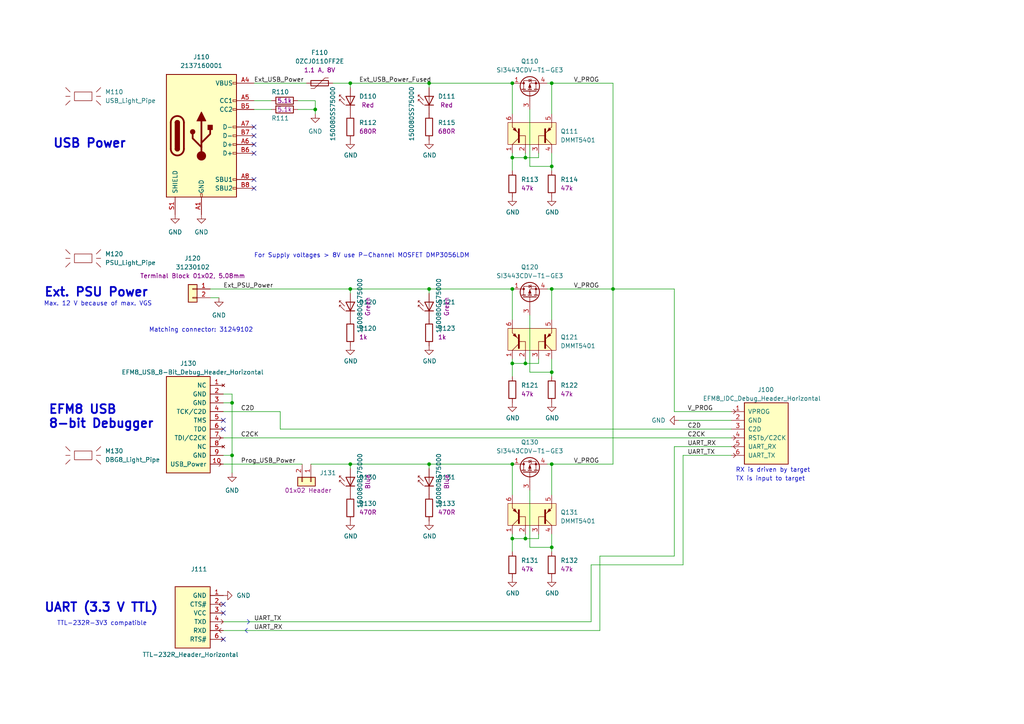
<source format=kicad_sch>
(kicad_sch (version 20231120) (generator "eeschema") (generator_version "8.0")
  (paper "A4")
  (lib_symbols
    (symbol "Connector_Special_Purpose_User:EFM8_IDC_Debug_Header_Horizontal" (pin_names (offset 1.016))
      (property "Reference" "J" (at 0 8.89 0))
      (property "Value" "EFM8_IDC_Debug_Header_Horizontal" (at 4.445 -11.43 0))
      (property "Manufacturer" "Wurth Electronics" (at -7.62 -21.59 0))
      (property "MPN" "61200621721" (at 8.89 -21.59 0))
      (property "Supplier" "Digi-Key" (at -5.08 -24.13 0))
      (property "SPN" "732-5404-ND" (at 7.62 -24.13 0))
      (symbol "EFM8_IDC_Debug_Header_Horizontal_0_1"
        (polyline (pts (xy -4.445 -8.255) (xy -3.81 -7.62) (xy -4.445 -6.985)))
        (polyline (pts (xy -4.445 -3.175) (xy -3.81 -2.54) (xy -4.445 -1.905)))
        (polyline (pts (xy -4.445 4.445) (xy -3.81 5.08) (xy -4.445 5.715)))
        (polyline (pts (xy -3.81 -4.445) (xy -4.445 -5.08) (xy -3.81 -5.715)))
      )
      (symbol "EFM8_IDC_Debug_Header_Horizontal_1_1"
        (rectangle (start -1.27 7.62) (end 11.43 -10.16) (stroke (width 0.254)) (fill (type background)))
        (pin input line (at -5.08 5.08 0) (length 3.81) (name "VPROG") (number "1"))
        (pin power_out line (at -5.08 2.54 0) (length 3.81) (name "GND") (number "2"))
        (pin bidirectional line (at -5.08 0 0) (length 3.81) (name "C2D") (number "3"))
        (pin input line (at -5.08 -2.54 0) (length 3.81) (name "RSTb/C2CK") (number "4"))
        (pin output line (at -5.08 -5.08 0) (length 3.81) (name "UART_RX") (number "5"))
        (pin input line (at -5.08 -7.62 0) (length 3.81) (name "UART_TX") (number "6"))
      )
    )
    (symbol "Connector_Special_Purpose_User:EFM8_USB_8-Bit_Debug_Header_Horizontal" (pin_names (offset 1.016))
      (property "Reference" "J" (at 0 13.97 0))
      (property "Value" "EFM8_USB_8-Bit_Debug_Header_Horizontal" (at 0.635 -17.145 0))
      (symbol "EFM8_USB_8-Bit_Debug_Header_Horizontal_0_1"
        (polyline (pts (xy -3.81 -12.065) (xy -4.445 -12.7) (xy -3.81 -13.335)))
        (polyline (pts (xy -3.81 -4.445) (xy -4.445 -5.08) (xy -3.81 -5.715)))
      )
      (symbol "EFM8_USB_8-Bit_Debug_Header_Horizontal_1_1"
        (rectangle (start -1.27 12.7) (end 11.43 -15.24) (stroke (width 0.254)) (fill (type background)))
        (pin no_connect line (at -5.08 10.16 0) (length 3.81) (name "NC") (number "1"))
        (pin power_out line (at -5.08 -12.7 0) (length 3.81) (name "USB_Power") (number "10"))
        (pin power_out line (at -5.08 7.62 0) (length 3.81) (name "GND") (number "2"))
        (pin power_out line (at -5.08 5.08 0) (length 3.81) (name "GND") (number "3"))
        (pin bidirectional line (at -5.08 2.54 0) (length 3.81) (name "TCK/C2D") (number "4"))
        (pin passive line (at -5.08 0 0) (length 3.81) (name "TMS") (number "5"))
        (pin passive line (at -5.08 -2.54 0) (length 3.81) (name "TDO") (number "6"))
        (pin output line (at -5.08 -5.08 0) (length 3.81) (name "TDI/C2CK") (number "7"))
        (pin no_connect line (at -5.08 -7.62 0) (length 3.81) (name "NC") (number "8"))
        (pin power_out line (at -5.08 -10.16 0) (length 3.81) (name "GND") (number "9"))
      )
    )
    (symbol "Connector_Special_Purpose_User:TTL-232R_Header_Horizontal" (pin_names (offset 1.016))
      (property "Reference" "J" (at -3.81 10.16 0))
      (property "Value" "TTL-232R_Header_Horizontal" (at 0.635 -10.795 0))
      (symbol "TTL-232R_Header_Horizontal_0_1"
        (polyline (pts (xy -8.89 -6.35) (xy -8.255 -6.985)))
        (polyline (pts (xy -8.89 -6.35) (xy -8.255 -5.715)))
        (polyline (pts (xy -8.89 -1.27) (xy -8.255 -1.905)))
        (polyline (pts (xy -8.89 -1.27) (xy -8.255 -0.635)))
        (polyline (pts (xy -7.62 -3.81) (xy -8.255 -4.445)))
        (polyline (pts (xy -7.62 -3.81) (xy -8.255 -3.175)))
        (polyline (pts (xy -7.62 3.81) (xy -8.255 3.175)))
        (polyline (pts (xy -7.62 3.81) (xy -8.255 4.445)))
      )
      (symbol "TTL-232R_Header_Horizontal_1_1"
        (rectangle (start -5.08 8.89) (end 5.08 -8.89) (stroke (width 0.254)) (fill (type background)))
        (pin power_out line (at -8.89 6.35 0) (length 3.81) (name "GND") (number "1"))
        (pin input line (at -8.89 3.81 0) (length 3.81) (name "CTS#") (number "2"))
        (pin power_out line (at -8.89 1.27 0) (length 3.81) (name "VCC") (number "3"))
        (pin output line (at -8.89 -1.27 0) (length 3.81) (name "TXD") (number "4"))
        (pin input line (at -8.89 -3.81 0) (length 3.81) (name "RXD") (number "5"))
        (pin output line (at -8.89 -6.35 0) (length 3.81) (name "RTS#") (number "6"))
      )
    )
    (symbol "Connector_User:2137160001" (pin_names (offset 1.016))
      (property "Reference" "J" (at -10.16 19.05 0))
      (property "Value" "2137160001" (at 19.05 19.05 0))
      (symbol "2137160001_0_0"
        (rectangle (start -0.254 -17.78) (end 0.254 -16.764))
        (rectangle (start 10.16 -14.986) (end 9.144 -15.494))
        (rectangle (start 10.16 -12.446) (end 9.144 -12.954))
        (rectangle (start 10.16 -4.826) (end 9.144 -5.334))
        (rectangle (start 10.16 -2.286) (end 9.144 -2.794))
        (rectangle (start 10.16 0.254) (end 9.144 -0.254))
        (rectangle (start 10.16 2.794) (end 9.144 2.286))
        (rectangle (start 10.16 7.874) (end 9.144 7.366))
        (rectangle (start 10.16 10.414) (end 9.144 9.906))
        (rectangle (start 10.16 15.494) (end 9.144 14.986))
      )
      (symbol "2137160001_0_1"
        (rectangle (start -10.16 17.78) (end 10.16 -17.78) (stroke (width 0.254)) (fill (type background)))
        (arc (start -8.89 -3.81) (mid -6.985 -5.7067) (end -5.08 -3.81) (stroke (width 0.508)))
        (arc (start -7.62 -3.81) (mid -6.985 -4.4423) (end -6.35 -3.81) (stroke (width 0.254)))
        (arc (start -7.62 -3.81) (mid -6.985 -4.4423) (end -6.35 -3.81) (stroke (width 0.254)) (fill (type outline)))
        (rectangle (start -7.62 -3.81) (end -6.35 3.81) (stroke (width 0.254)) (fill (type outline)))
        (arc (start -6.35 3.81) (mid -6.985 4.4423) (end -7.62 3.81) (stroke (width 0.254)))
        (arc (start -6.35 3.81) (mid -6.985 4.4423) (end -7.62 3.81) (stroke (width 0.254)) (fill (type outline)))
        (arc (start -5.08 3.81) (mid -6.985 5.7067) (end -8.89 3.81) (stroke (width 0.508)))
        (circle (center -2.54 1.143) (radius 0.635) (stroke (width 0.254)) (fill (type outline)))
        (circle (center 0 -5.842) (radius 1.27) (fill (type outline)))
        (polyline (pts (xy -8.89 -3.81) (xy -8.89 3.81)) (stroke (width 0.508)))
        (polyline (pts (xy -5.08 3.81) (xy -5.08 -3.81)) (stroke (width 0.508)))
        (polyline (pts (xy 0 -5.842) (xy 0 4.318)) (stroke (width 0.508)))
        (polyline (pts (xy 0 -3.302) (xy -2.54 -0.762) (xy -2.54 0.508)) (stroke (width 0.508)))
        (polyline (pts (xy 0 -2.032) (xy 2.54 0.508) (xy 2.54 1.778)) (stroke (width 0.508)))
        (polyline (pts (xy -1.27 4.318) (xy 0 6.858) (xy 1.27 4.318) (xy -1.27 4.318)) (stroke (width 0.254)) (fill (type outline)))
        (rectangle (start 1.905 1.778) (end 3.175 3.048) (stroke (width 0.254)) (fill (type outline)))
      )
      (symbol "2137160001_1_1"
        (pin passive line (at 0 -22.86 90) (length 5.08) (name "GND") (number "A1"))
        (pin passive line (at 0 -22.86 90) (length 5.08) hide (name "GND") (number "A12"))
        (pin passive line (at 15.24 15.24 180) (length 5.08) (name "VBUS") (number "A4"))
        (pin bidirectional line (at 15.24 10.16 180) (length 5.08) (name "CC1") (number "A5"))
        (pin bidirectional line (at 15.24 -2.54 180) (length 5.08) (name "D+") (number "A6"))
        (pin bidirectional line (at 15.24 2.54 180) (length 5.08) (name "D-") (number "A7"))
        (pin bidirectional line (at 15.24 -12.7 180) (length 5.08) (name "SBU1") (number "A8"))
        (pin passive line (at 15.24 15.24 180) (length 5.08) hide (name "VBUS") (number "A9"))
        (pin passive line (at 0 -22.86 90) (length 5.08) hide (name "GND") (number "B1"))
        (pin passive line (at 0 -22.86 90) (length 5.08) hide (name "GND") (number "B12"))
        (pin passive line (at 15.24 15.24 180) (length 5.08) hide (name "VBUS") (number "B4"))
        (pin bidirectional line (at 15.24 7.62 180) (length 5.08) (name "CC2") (number "B5"))
        (pin bidirectional line (at 15.24 -5.08 180) (length 5.08) (name "D+") (number "B6"))
        (pin bidirectional line (at 15.24 0 180) (length 5.08) (name "D-") (number "B7"))
        (pin bidirectional line (at 15.24 -15.24 180) (length 5.08) (name "SBU2") (number "B8"))
        (pin passive line (at 15.24 15.24 180) (length 5.08) hide (name "VBUS") (number "B9"))
        (pin passive line (at -7.62 -22.86 90) (length 5.08) (name "SHIELD") (number "S1"))
      )
    )
    (symbol "Connector_User:31230102" (pin_names (offset 3) hide)
      (property "Reference" "J" (at 0 3.81 0))
      (property "Value" "31230102" (at 0 -5.08 0))
      (property "Pretty Value" "Terminal Block 01x02, 5.08mm" (at -0.635 -6.985 0))
      (symbol "31230102_1_1"
        (rectangle (start -1.27 -1.143) (end 0 -1.397) (stroke (width 0.1524)))
        (rectangle (start -1.27 1.397) (end 0 1.143) (stroke (width 0.1524)))
        (rectangle (start -1.27 2.54) (end 1.27 -2.54) (stroke (width 0.254)) (fill (type background)))
        (pin passive line (at -5.08 1.27 0) (length 3.81) (name "Pin_1") (number "1"))
        (pin passive line (at -5.08 -1.27 0) (length 3.81) (name "Pin_2") (number "2"))
      )
    )
    (symbol "Connector_User:Header_01x02_Wurth_61300211121" (pin_names (offset 3) hide)
      (property "Reference" "J" (at 0 3.81 0))
      (property "Value" "Header_01x02_Wurth_61300211121" (at 0 -5.08 0))
      (property "Pretty Value" "01x02 Header" (at -0.635 -6.985 0))
      (symbol "Header_01x02_Wurth_61300211121_1_1"
        (rectangle (start -1.27 -1.143) (end 0 -1.397) (stroke (width 0.1524)))
        (rectangle (start -1.27 1.397) (end 0 1.143) (stroke (width 0.1524)))
        (rectangle (start -1.27 2.54) (end 1.27 -2.54) (stroke (width 0.254)) (fill (type background)))
        (pin passive line (at -5.08 1.27 0) (length 3.81) (name "Pin_1") (number "1"))
        (pin passive line (at -5.08 -1.27 0) (length 3.81) (name "Pin_2") (number "2"))
      )
    )
    (symbol "Fuse_User:0ZCJ0110FF2E" (pin_numbers hide) (pin_names (offset 0))
      (property "Reference" "F" (at -2.54 0 90))
      (property "Value" "0ZCJ0110FF2E" (at 2.54 0 90))
      (property "Info" "1.1 A, 8V" (at 5.08 -5.08 90))
      (symbol "0ZCJ0110FF2E_1_1"
        (rectangle (start -0.762 2.54) (end 0.762 -2.54) (stroke (width 0.254)))
        (polyline (pts (xy 0 2.54) (xy 0 -2.54)))
        (polyline (pts (xy -1.524 2.54) (xy -1.524 1.524) (xy 1.524 -1.524) (xy 1.524 -2.54)))
        (pin passive line (at 0 3.81 270) (length 1.27) (name "~") (number "1"))
        (pin passive line (at 0 -3.81 90) (length 1.27) (name "~") (number "2"))
      )
    )
    (symbol "LED_User:150080BS75000" (pin_numbers hide) (pin_names (offset 1.016) hide)
      (property "Reference" "D" (at 0.508 1.778 0))
      (property "Value" "150080BS75000" (at -1.016 -2.794 0))
      (property "Info" "Blue" (at -1.27 -5.08 0))
      (symbol "150080BS75000_0_1"
        (polyline (pts (xy -2.54 1.27) (xy -2.54 -1.27)) (stroke (width 0.254)))
        (polyline (pts (xy 0 0) (xy -2.54 0)))
        (polyline (pts (xy 0.381 3.175) (xy -0.127 3.175)))
        (polyline (pts (xy -1.143 1.651) (xy 0.381 3.175) (xy 0.381 2.667)))
        (polyline (pts (xy 0 -1.27) (xy -2.54 0) (xy 0 1.27) (xy 0 -1.27)) (stroke (width 0.254)))
        (polyline (pts (xy -2.413 1.651) (xy -0.889 3.175) (xy -0.889 2.667) (xy -0.889 3.175) (xy -1.397 3.175)))
      )
      (symbol "150080BS75000_1_1"
        (pin passive line (at -5.08 0 0) (length 2.54) (name "K") (number "1"))
        (pin passive line (at 2.54 0 180) (length 2.54) (name "A") (number "2"))
      )
    )
    (symbol "LED_User:150080GS75000" (pin_numbers hide) (pin_names (offset 1.016) hide)
      (property "Reference" "D" (at 0.508 1.778 0))
      (property "Value" "150080GS75000" (at -1.016 -2.794 0))
      (property "Info" "Green" (at -1.27 -5.08 0))
      (symbol "150080GS75000_0_1"
        (polyline (pts (xy -2.54 1.27) (xy -2.54 -1.27)) (stroke (width 0.254)))
        (polyline (pts (xy 0 0) (xy -2.54 0)))
        (polyline (pts (xy 0.381 3.175) (xy -0.127 3.175)))
        (polyline (pts (xy -1.143 1.651) (xy 0.381 3.175) (xy 0.381 2.667)))
        (polyline (pts (xy 0 -1.27) (xy -2.54 0) (xy 0 1.27) (xy 0 -1.27)) (stroke (width 0.254)))
        (polyline (pts (xy -2.413 1.651) (xy -0.889 3.175) (xy -0.889 2.667) (xy -0.889 3.175) (xy -1.397 3.175)))
      )
      (symbol "150080GS75000_1_1"
        (pin passive line (at -5.08 0 0) (length 2.54) (name "K") (number "1"))
        (pin passive line (at 2.54 0 180) (length 2.54) (name "A") (number "2"))
      )
    )
    (symbol "LED_User:150080SS75000" (pin_numbers hide) (pin_names (offset 1.016) hide)
      (property "Reference" "D" (at 0.508 1.778 0))
      (property "Value" "150080SS75000" (at -1.016 -2.794 0))
      (property "Info" "Red" (at -1.27 -5.08 0))
      (symbol "150080SS75000_0_1"
        (polyline (pts (xy -2.54 1.27) (xy -2.54 -1.27)) (stroke (width 0.254)))
        (polyline (pts (xy 0 0) (xy -2.54 0)))
        (polyline (pts (xy 0.381 3.175) (xy -0.127 3.175)))
        (polyline (pts (xy -1.143 1.651) (xy 0.381 3.175) (xy 0.381 2.667)))
        (polyline (pts (xy 0 -1.27) (xy -2.54 0) (xy 0 1.27) (xy 0 -1.27)) (stroke (width 0.254)))
        (polyline (pts (xy -2.413 1.651) (xy -0.889 3.175) (xy -0.889 2.667) (xy -0.889 3.175) (xy -1.397 3.175)))
      )
      (symbol "150080SS75000_1_1"
        (pin passive line (at -5.08 0 0) (length 2.54) (name "K") (number "1"))
        (pin passive line (at 2.54 0 180) (length 2.54) (name "A") (number "2"))
      )
    )
    (symbol "Mechanical_User:DBG8_Light_Pipe"
      (property "Reference" "M" (at 0 2.54 0))
      (property "Value" "DBG8_Light_Pipe" (at 0 -3.81 0))
      (symbol "DBG8_Light_Pipe_0_1"
        (rectangle (start -2.54 1.27) (end 2.54 -1.27))
        (polyline (pts (xy -3.81 -1.27) (xy -5.08 -2.54)))
        (polyline (pts (xy -3.81 0) (xy -5.08 0)))
        (polyline (pts (xy -3.81 1.27) (xy -5.08 2.54)))
        (polyline (pts (xy 3.81 -1.27) (xy 5.08 -2.54)))
        (polyline (pts (xy 3.81 0) (xy 5.08 0)))
        (polyline (pts (xy 3.81 1.27) (xy 5.08 2.54)))
      )
    )
    (symbol "Mechanical_User:PSU_Light_Pipe"
      (property "Reference" "M" (at 0 2.54 0))
      (property "Value" "PSU_Light_Pipe" (at 0 -3.81 0))
      (symbol "PSU_Light_Pipe_0_1"
        (rectangle (start -2.54 1.27) (end 2.54 -1.27))
        (polyline (pts (xy -3.81 -1.27) (xy -5.08 -2.54)))
        (polyline (pts (xy -3.81 0) (xy -5.08 0)))
        (polyline (pts (xy -3.81 1.27) (xy -5.08 2.54)))
        (polyline (pts (xy 3.81 -1.27) (xy 5.08 -2.54)))
        (polyline (pts (xy 3.81 0) (xy 5.08 0)))
        (polyline (pts (xy 3.81 1.27) (xy 5.08 2.54)))
      )
    )
    (symbol "Mechanical_User:USB_Light_Pipe"
      (property "Reference" "M" (at 0 2.54 0))
      (property "Value" "USB_Light_Pipe" (at 0 -3.81 0))
      (symbol "USB_Light_Pipe_0_1"
        (rectangle (start -2.54 1.27) (end 2.54 -1.27))
        (polyline (pts (xy -3.81 -1.27) (xy -5.08 -2.54)))
        (polyline (pts (xy -3.81 0) (xy -5.08 0)))
        (polyline (pts (xy -3.81 1.27) (xy -5.08 2.54)))
        (polyline (pts (xy 3.81 -1.27) (xy 5.08 -2.54)))
        (polyline (pts (xy 3.81 0) (xy 5.08 0)))
        (polyline (pts (xy 3.81 1.27) (xy 5.08 2.54)))
      )
    )
    (symbol "Resistor_User:1k,0603" (pin_numbers hide) (pin_names (offset 0.254) hide)
      (property "Reference" "R" (at 0 -0.635 90))
      (property "Resistance" "1k" (at 1.905 0 0))
      (symbol "1k,0603_1_1"
        (rectangle (start -1.016 -2.54) (end 1.016 2.54) (stroke (width 0.254)))
        (pin passive line (at 0 3.81 270) (length 1.27) (name "~") (number "1"))
        (pin passive line (at 0 -3.81 90) (length 1.27) (name "~") (number "2"))
      )
    )
    (symbol "Resistor_User:470R,0603" (pin_numbers hide) (pin_names (offset 0.254) hide)
      (property "Reference" "R" (at 0 -0.635 90))
      (property "Resistance" "470R" (at 1.905 0 0))
      (symbol "470R,0603_1_1"
        (rectangle (start -1.016 -2.54) (end 1.016 2.54) (stroke (width 0.254)))
        (pin passive line (at 0 3.81 270) (length 1.27) (name "~") (number "1"))
        (pin passive line (at 0 -3.81 90) (length 1.27) (name "~") (number "2"))
      )
    )
    (symbol "Resistor_User:47k,0603" (pin_numbers hide) (pin_names (offset 0.254) hide)
      (property "Reference" "R" (at 0 -0.635 90))
      (property "Resistance" "47k" (at 1.905 0 0))
      (symbol "47k,0603_1_1"
        (rectangle (start -1.016 -2.54) (end 1.016 2.54) (stroke (width 0.254)))
        (pin passive line (at 0 3.81 270) (length 1.27) (name "~") (number "1"))
        (pin passive line (at 0 -3.81 90) (length 1.27) (name "~") (number "2"))
      )
    )
    (symbol "Resistor_User:5.1k,0603" (pin_numbers hide) (pin_names (offset 0.254) hide)
      (property "Reference" "R" (at 0 -0.635 90))
      (property "Resistance" "5.1k" (at 1.905 0 0))
      (symbol "5.1k,0603_1_1"
        (rectangle (start -1.016 -2.54) (end 1.016 2.54) (stroke (width 0.254)))
        (pin passive line (at 0 3.81 270) (length 1.27) (name "~") (number "1"))
        (pin passive line (at 0 -3.81 90) (length 1.27) (name "~") (number "2"))
      )
    )
    (symbol "Resistor_User:680R,0603" (pin_numbers hide) (pin_names (offset 0.254) hide)
      (property "Reference" "R" (at 0 -0.635 90))
      (property "Resistance" "680R" (at 1.905 0 0))
      (symbol "680R,0603_1_1"
        (rectangle (start -1.016 -2.54) (end 1.016 2.54) (stroke (width 0.254)))
        (pin passive line (at 0 3.81 270) (length 1.27) (name "~") (number "1"))
        (pin passive line (at 0 -3.81 90) (length 1.27) (name "~") (number "2"))
      )
    )
    (symbol "Transistor_BJT_User:DMMT5401" (pin_names hide)
      (property "Reference" "Q" (at 10.16 2.54 0))
      (property "Value" "DMMT5401" (at 13.97 0 0))
      (symbol "DMMT5401_0_1"
        (rectangle (start -6.35 3.81) (end 7.62 -2.54) (fill (type background)))
        (polyline (pts (xy -5.08 -2.54) (xy -3.175 -0.635)))
        (polyline (pts (xy -5.08 2.54) (xy -5.08 3.81)))
        (polyline (pts (xy -5.08 2.54) (xy -3.175 0.635)))
        (polyline (pts (xy -2.54 0) (xy -3.175 0)))
        (polyline (pts (xy 3.81 0) (xy 4.445 0)))
        (polyline (pts (xy 6.35 -2.54) (xy 4.445 -0.635)))
        (polyline (pts (xy 6.35 2.54) (xy 4.445 0.635)))
        (polyline (pts (xy 6.35 3.81) (xy 6.35 2.54)))
        (polyline (pts (xy -3.175 -1.905) (xy -3.175 1.905) (xy -3.175 1.905)) (stroke (width 0.508)) (fill (type outline)))
        (polyline (pts (xy -2.54 0) (xy -1.27 0) (xy -1.27 -2.54)))
        (polyline (pts (xy 3.81 0) (xy 2.54 0) (xy 2.54 -2.54)))
        (polyline (pts (xy 4.445 -1.905) (xy 4.445 1.905) (xy 4.445 1.905)) (stroke (width 0.508)) (fill (type outline)))
        (polyline (pts (xy -4.318 2.286) (xy -4.826 1.778) (xy -3.81 1.27) (xy -4.318 2.286) (xy -4.318 2.286)) (fill (type outline)))
        (polyline (pts (xy 5.588 2.286) (xy 6.096 1.778) (xy 5.08 1.27) (xy 5.588 2.286) (xy 5.588 2.286)) (fill (type outline)))
      )
      (symbol "DMMT5401_1_1"
        (pin passive line (at -5.08 -5.08 90) (length 2.54) (name "C1") (number "1"))
        (pin passive line (at -1.27 -5.08 90) (length 2.54) (name "B1") (number "2"))
        (pin passive line (at 2.54 -5.08 90) (length 2.54) (name "B2") (number "3"))
        (pin passive line (at 6.35 -5.08 90) (length 2.54) (name "C2") (number "4"))
        (pin passive line (at 6.35 6.35 270) (length 2.54) (name "E2") (number "5"))
        (pin passive line (at -5.08 6.35 270) (length 2.54) (name "E1") (number "6"))
      )
    )
    (symbol "Transistor_FET_User:SI3443CDV-T1-GE3" (pin_names hide)
      (property "Reference" "Q" (at 5.08 1.905 0))
      (property "Value" "SI3443CDV-T1-GE3" (at 5.08 0 0))
      (symbol "SI3443CDV-T1-GE3_0_0"
        (pin passive line (at 2.54 5.08 270) (length 2.54) hide (name "D") (number "2"))
        (pin passive line (at 2.54 5.08 270) (length 2.54) hide (name "D") (number "5"))
        (pin passive line (at 2.54 5.08 270) (length 2.54) hide (name "D") (number "6"))
      )
      (symbol "SI3443CDV-T1-GE3_0_1"
        (polyline (pts (xy 0.254 0) (xy -2.54 0)))
        (polyline (pts (xy 0.254 1.905) (xy 0.254 -1.905)) (stroke (width 0.254)))
        (polyline (pts (xy 0.762 -1.27) (xy 0.762 -2.286)) (stroke (width 0.254)))
        (polyline (pts (xy 0.762 0.508) (xy 0.762 -0.508)) (stroke (width 0.254)))
        (polyline (pts (xy 0.762 2.286) (xy 0.762 1.27)) (stroke (width 0.254)))
        (polyline (pts (xy 2.54 2.54) (xy 2.54 1.778)))
        (polyline (pts (xy 2.54 -2.54) (xy 2.54 0) (xy 0.762 0)))
        (polyline (pts (xy 0.762 1.778) (xy 3.302 1.778) (xy 3.302 -1.778) (xy 0.762 -1.778)))
        (polyline (pts (xy 2.286 0) (xy 1.27 0.381) (xy 1.27 -0.381) (xy 2.286 0)) (fill (type outline)))
        (polyline (pts (xy 2.794 -0.508) (xy 2.921 -0.381) (xy 3.683 -0.381) (xy 3.81 -0.254)))
        (polyline (pts (xy 3.302 -0.381) (xy 2.921 0.254) (xy 3.683 0.254) (xy 3.302 -0.381)))
        (circle (center 1.651 0) (radius 2.794) (stroke (width 0.254)))
        (circle (center 2.54 -1.778) (radius 0.254) (fill (type outline)))
        (circle (center 2.54 1.778) (radius 0.254) (fill (type outline)))
      )
      (symbol "SI3443CDV-T1-GE3_1_1"
        (pin passive line (at 2.54 5.08 270) (length 2.54) (name "D") (number "1"))
        (pin input line (at -5.08 0 0) (length 2.54) (name "G") (number "3"))
        (pin passive line (at 2.54 -5.08 90) (length 2.54) (name "S") (number "4"))
      )
    )
    (symbol "power:GND" (power) (pin_names (offset 0))
      (property "Value" "GND" (at 0 -3.81 0))
      (symbol "GND_0_1"
        (polyline (pts (xy 0 0) (xy 0 -1.27) (xy 1.27 -1.27) (xy 0 -2.54) (xy -1.27 -1.27) (xy 0 -1.27)))
      )
      (symbol "GND_1_1"
        (pin power_in line (at 0 0 270) (length 0) hide (name "GND") (number "1"))
      )
    )
  )
  (junction (at 67.31 116.84))
  (junction (at 101.6 134.62))
  (junction (at 152.4 45.72))
  (junction (at 148.59 156.21))
  (junction (at 148.59 134.62))
  (junction (at 160.02 134.62))
  (junction (at 160.02 24.13))
  (junction (at 160.02 83.82))
  (junction (at 152.4 105.41))
  (junction (at 160.02 48.26))
  (junction (at 101.6 83.82))
  (junction (at 148.59 45.72))
  (junction (at 160.02 107.95))
  (junction (at 101.6 24.13))
  (junction (at 148.59 105.41))
  (junction (at 91.44 31.75))
  (junction (at 124.46 134.62))
  (junction (at 177.8 83.82))
  (junction (at 124.46 24.13))
  (junction (at 124.46 83.82))
  (junction (at 67.31 132.08))
  (junction (at 160.02 158.75))
  (junction (at 152.4 156.21))
  (junction (at 148.59 83.82))
  (junction (at 148.59 24.13))
  (no_connect (at 64.77 124.46))
  (no_connect (at 73.66 41.91))
  (no_connect (at 64.77 177.8))
  (no_connect (at 73.66 44.45))
  (no_connect (at 64.77 185.42))
  (no_connect (at 73.66 36.83))
  (no_connect (at 73.66 54.61))
  (no_connect (at 64.77 175.26))
  (no_connect (at 73.66 52.07))
  (no_connect (at 64.77 121.92))
  (no_connect (at 73.66 39.37))
  (polyline (pts (xy 71.755 179.705) (xy 72.39 180.34)))
  (wire (pts (xy 160.02 44.45) (xy 160.02 48.26)))
  (wire (pts (xy 63.5 86.36) (xy 60.96 86.36)))
  (wire (pts (xy 160.02 107.95) (xy 160.02 109.22)))
  (wire (pts (xy 148.59 156.21) (xy 148.59 154.94)))
  (wire (pts (xy 198.12 132.08) (xy 212.09 132.08)))
  (wire (pts (xy 101.6 25.4) (xy 101.6 24.13)))
  (wire (pts (xy 153.67 91.44) (xy 153.67 107.95)))
  (polyline (pts (xy 71.755 180.975) (xy 72.39 180.34)))
  (wire (pts (xy 152.4 156.21) (xy 148.59 156.21)))
  (wire (pts (xy 195.58 83.82) (xy 195.58 119.38)))
  (wire (pts (xy 153.67 142.24) (xy 153.67 158.75)))
  (wire (pts (xy 64.77 132.08) (xy 67.31 132.08)))
  (wire (pts (xy 124.46 83.82) (xy 148.59 83.82)))
  (wire (pts (xy 64.77 119.38) (xy 81.28 119.38)))
  (wire (pts (xy 156.21 154.94) (xy 156.21 156.21)))
  (wire (pts (xy 152.4 104.14) (xy 152.4 105.41)))
  (wire (pts (xy 173.99 161.29) (xy 195.58 161.29)))
  (wire (pts (xy 101.6 83.82) (xy 124.46 83.82)))
  (wire (pts (xy 160.02 134.62) (xy 158.75 134.62)))
  (wire (pts (xy 101.6 135.89) (xy 101.6 134.62)))
  (wire (pts (xy 160.02 48.26) (xy 160.02 49.53)))
  (wire (pts (xy 160.02 24.13) (xy 177.8 24.13)))
  (wire (pts (xy 177.8 134.62) (xy 177.8 83.82)))
  (wire (pts (xy 64.77 114.3) (xy 67.31 114.3)))
  (wire (pts (xy 124.46 135.89) (xy 124.46 134.62)))
  (wire (pts (xy 195.58 161.29) (xy 195.58 129.54)))
  (wire (pts (xy 160.02 83.82) (xy 158.75 83.82)))
  (wire (pts (xy 67.31 116.84) (xy 67.31 132.08)))
  (wire (pts (xy 96.52 24.13) (xy 101.6 24.13)))
  (wire (pts (xy 160.02 104.14) (xy 160.02 107.95)))
  (wire (pts (xy 124.46 24.13) (xy 148.59 24.13)))
  (wire (pts (xy 156.21 105.41) (xy 152.4 105.41)))
  (wire (pts (xy 153.67 158.75) (xy 160.02 158.75)))
  (wire (pts (xy 156.21 45.72) (xy 152.4 45.72)))
  (wire (pts (xy 153.67 31.75) (xy 153.67 48.26)))
  (wire (pts (xy 160.02 83.82) (xy 160.02 92.71)))
  (wire (pts (xy 195.58 83.82) (xy 177.8 83.82)))
  (wire (pts (xy 152.4 45.72) (xy 148.59 45.72)))
  (polyline (pts (xy 71.12 182.88) (xy 71.755 183.515)))
  (wire (pts (xy 156.21 44.45) (xy 156.21 45.72)))
  (wire (pts (xy 81.28 124.46) (xy 81.28 119.38)))
  (wire (pts (xy 101.6 24.13) (xy 124.46 24.13)))
  (wire (pts (xy 160.02 24.13) (xy 158.75 24.13)))
  (wire (pts (xy 160.02 134.62) (xy 160.02 143.51)))
  (wire (pts (xy 177.8 24.13) (xy 177.8 83.82)))
  (wire (pts (xy 64.77 134.62) (xy 87.63 134.62)))
  (wire (pts (xy 156.21 104.14) (xy 156.21 105.41)))
  (wire (pts (xy 73.66 24.13) (xy 88.9 24.13)))
  (wire (pts (xy 101.6 134.62) (xy 124.46 134.62)))
  (wire (pts (xy 60.96 83.82) (xy 101.6 83.82)))
  (wire (pts (xy 152.4 105.41) (xy 148.59 105.41)))
  (wire (pts (xy 86.36 29.21) (xy 91.44 29.21)))
  (wire (pts (xy 148.59 33.02) (xy 148.59 24.13)))
  (wire (pts (xy 153.67 107.95) (xy 160.02 107.95)))
  (wire (pts (xy 148.59 45.72) (xy 148.59 44.45)))
  (wire (pts (xy 64.77 127) (xy 212.09 127)))
  (wire (pts (xy 160.02 24.13) (xy 160.02 33.02)))
  (wire (pts (xy 81.28 124.46) (xy 212.09 124.46)))
  (wire (pts (xy 64.77 180.34) (xy 171.45 180.34)))
  (wire (pts (xy 152.4 154.94) (xy 152.4 156.21)))
  (wire (pts (xy 173.99 161.29) (xy 173.99 182.88)))
  (wire (pts (xy 64.77 182.88) (xy 173.99 182.88)))
  (wire (pts (xy 148.59 92.71) (xy 148.59 83.82)))
  (wire (pts (xy 153.67 48.26) (xy 160.02 48.26)))
  (wire (pts (xy 67.31 114.3) (xy 67.31 116.84)))
  (wire (pts (xy 196.85 121.92) (xy 212.09 121.92)))
  (wire (pts (xy 156.21 156.21) (xy 152.4 156.21)))
  (wire (pts (xy 91.44 33.02) (xy 91.44 31.75)))
  (wire (pts (xy 195.58 129.54) (xy 212.09 129.54)))
  (wire (pts (xy 78.74 31.75) (xy 73.66 31.75)))
  (wire (pts (xy 73.66 29.21) (xy 78.74 29.21)))
  (wire (pts (xy 91.44 29.21) (xy 91.44 31.75)))
  (wire (pts (xy 160.02 158.75) (xy 160.02 160.02)))
  (wire (pts (xy 124.46 25.4) (xy 124.46 24.13)))
  (wire (pts (xy 90.17 134.62) (xy 101.6 134.62)))
  (wire (pts (xy 67.31 132.08) (xy 67.31 137.16)))
  (wire (pts (xy 91.44 31.75) (xy 86.36 31.75)))
  (wire (pts (xy 101.6 85.09) (xy 101.6 83.82)))
  (wire (pts (xy 160.02 154.94) (xy 160.02 158.75)))
  (wire (pts (xy 148.59 49.53) (xy 148.59 45.72)))
  (wire (pts (xy 160.02 83.82) (xy 177.8 83.82)))
  (wire (pts (xy 64.77 116.84) (xy 67.31 116.84)))
  (wire (pts (xy 152.4 44.45) (xy 152.4 45.72)))
  (wire (pts (xy 171.45 163.83) (xy 198.12 163.83)))
  (wire (pts (xy 160.02 134.62) (xy 177.8 134.62)))
  (wire (pts (xy 124.46 134.62) (xy 148.59 134.62)))
  (wire (pts (xy 148.59 143.51) (xy 148.59 134.62)))
  (wire (pts (xy 148.59 109.22) (xy 148.59 105.41)))
  (polyline (pts (xy 71.12 182.88) (xy 71.755 182.245)))
  (wire (pts (xy 171.45 163.83) (xy 171.45 180.34)))
  (wire (pts (xy 195.58 119.38) (xy 212.09 119.38)))
  (wire (pts (xy 148.59 105.41) (xy 148.59 104.14)))
  (wire (pts (xy 148.59 160.02) (xy 148.59 156.21)))
  (wire (pts (xy 198.12 163.83) (xy 198.12 132.08)))
  (wire (pts (xy 124.46 85.09) (xy 124.46 83.82)))
  (text "TTL-232R-3V3 compatible" (at 16.51 181.61 0) (effects (font (size 1.27 1.27)) (justify left bottom)))
  (text "Ext. PSU Power" (at 12.7 86.36 0) (effects (font (size 2.54 2.54) (thickness 0.508) (bold yes)) (justify left bottom)))
  (text "UART (3.3 V TTL)" (at 12.7 177.8 0) (effects (font (size 2.54 2.54) (thickness 0.508) (bold yes)) (justify left bottom)))
  (text "EFM8 USB\n8-bit Debugger" (at 13.97 124.46 0) (effects (font (size 2.54 2.54) (thickness 0.508) (bold yes)) (justify left bottom)))
  (text "TX is input to target" (at 213.36 139.7 0) (effects (font (size 1.27 1.27)) (justify left bottom)))
  (text "USB Power" (at 15.24 43.18 0) (effects (font (size 2.54 2.54) (thickness 0.508) (bold yes)) (justify left bottom)))
  (text "Max. 12 V because of max. VGS" (at 12.7 88.9 0) (effects (font (size 1.27 1.27)) (justify left bottom)))
  (text "Matching connector: 31249102" (at 43.18 96.52 0) (effects (font (size 1.27 1.27)) (justify left bottom)))
  (text "RX is driven by target" (at 213.36 137.16 0) (effects (font (size 1.27 1.27)) (justify left bottom)))
  (text "For Supply voltages > 8V use P-Channel MOSFET DMP3056LDM" (at 73.66 74.93 0) (effects (font (size 1.27 1.27)) (justify left bottom)))
  (label "UART_RX" (at 73.66 182.88 0))
  (label "Ext_USB_Power_Fused" (at 104.14 24.13 0))
  (label "UART_TX" (at 199.39 132.08 0))
  (label "Ext_PSU_Power" (at 64.77 83.82 0))
  (label "C2CK" (at 199.39 127 0))
  (label "C2D" (at 199.39 124.46 0))
  (label "C2CK" (at 69.85 127 0))
  (label "Ext_USB_Power" (at 73.66 24.13 0))
  (label "V_PROG" (at 166.37 134.62 0))
  (label "Prog_USB_Power" (at 69.85 134.62 0))
  (label "C2D" (at 69.85 119.38 0))
  (label "UART_RX" (at 199.39 129.54 0))
  (label "V_PROG" (at 166.37 24.13 0))
  (label "V_PROG" (at 166.37 83.82 0))
  (label "UART_TX" (at 73.66 180.34 0))
  (label "V_PROG" (at 199.39 119.38 0))
  (symbol (lib_id "power:GND") (at 196.85 121.92 270) (unit 1)
    (property "Reference" "#PWR0113" (effects (hide yes)))
    (property "Value" "GND" (at 193.04 121.9199 90) (effects (justify right)))
  )
  (symbol (lib_id "LED_User:150080GS75000") (at 124.46 87.63 90) (unit 1)
    (property "Reference" "D121" (at 127 87.63 90) (effects (justify right)))
    (property "Value" "150080GS75000" (at 127.254 88.646 0))
    (property "Footprint" "LED_SMD:LED_0805_2012Metric_Pad1.15x1.40mm_HandSolder" (effects (hide yes)))
    (property "Datasheet" "https://www.we-online.com/katalog/datasheet/150080GS75000.pdf" (effects (hide yes)))
    (property "Description" "Top View SMD LED, Clear Green, 0805" (effects (hide yes)))
    (property "Manufacturer" "Wurth Elektronik" (effects (hide yes)))
    (property "Supplier" "Digi-Key" (effects (hide yes)))
    (property "SPN" "732-4983-1-ND" (effects (hide yes)))
    (property "Info" "Green" (at 129.54 88.9 0))
  )
  (symbol (lib_id "Resistor_User:470R,0603") (at 101.6 147.32 0) (unit 1)
    (property "Reference" "R130" (at 104.14 146.0499 0) (effects (justify left)))
    (property "Value" "470R,0603" (effects (hide yes)))
    (property "Footprint" "Resistor_SMD:R_0603_1608Metric_Pad0.98x0.95mm_HandSolder" (effects (hide yes)))
    (property "Description" "Resistor, 0603" (effects (hide yes)))
    (property "Resistance" "470R" (at 104.14 148.5899 0) (effects (justify left)))
    (property "Tolerance" "1%" (effects (hide yes)))
    (property "Power" "0.1W" (effects (hide yes)))
    (property "Package" "0603" (effects (hide yes)))
  )
  (symbol (lib_id "Resistor_User:47k,0603") (at 160.02 113.03 0) (unit 1)
    (property "Reference" "R122" (at 162.56 111.7599 0) (effects (justify left)))
    (property "Value" "47k,0603" (effects (hide yes)))
    (property "Footprint" "Resistor_SMD:R_0603_1608Metric_Pad0.98x0.95mm_HandSolder" (effects (hide yes)))
    (property "Resistance" "47k" (at 162.56 114.2999 0) (effects (justify left)))
    (property "Tolerance" "1%" (effects (hide yes)))
    (property "Power" "0.1W" (effects (hide yes)))
    (property "Package" "0603" (effects (hide yes)))
  )
  (symbol (lib_id "Mechanical_User:DBG8_Light_Pipe") (at 24.13 132.08 0) (unit 1)
    (property "Reference" "M130" (at 30.48 130.8099 0) (effects (justify left)))
    (property "Value" "DBG8_Light_Pipe" (at 30.48 133.3499 0) (effects (justify left)))
    (property "Footprint" "Mechanical_User:DBG8_CON_Light_Pipe" (effects (hide yes)))
  )
  (symbol (lib_id "Transistor_FET_User:SI3443CDV-T1-GE3") (at 153.67 86.36 90) (unit 1)
    (property "Reference" "Q120" (at 153.67 77.47 90))
    (property "Value" "SI3443CDV-T1-GE3" (at 153.67 80.01 90))
    (property "Footprint" "Package_TO_SOT_SMD_User:SOT-23-6_Handsoldering" (effects (hide yes)))
    (property "Datasheet" "https://www.vishay.com/docs/74495/si3443cd.pdf" (effects (hide yes)))
    (property "Manufacturer" "Vishay Siliconix" (effects (hide yes)))
    (property "Supplier" "Digi-Key" (effects (hide yes)))
    (property "SPN" "SI3443CDV-T1-GE3CT-ND" (effects (hide yes)))
  )
  (symbol (lib_id "Resistor_User:5.1k,0603") (at 82.55 29.21 90) (unit 1)
    (property "Reference" "R110" (at 81.28 26.67 90))
    (property "Value" "5.1k,0603" (effects (hide yes)))
    (property "Footprint" "Resistor_SMD:R_0603_1608Metric_Pad0.98x0.95mm_HandSolder" (effects (hide yes)))
    (property "Resistance" "5.1k" (at 82.55 29.21 90))
    (property "Tolerance" "1%" (effects (hide yes)))
    (property "Power" "0.1W" (effects (hide yes)))
    (property "Package" "0603" (effects (hide yes)))
  )
  (symbol (lib_id "Resistor_User:5.1k,0603") (at 82.55 31.75 90) (unit 1)
    (property "Reference" "R111" (at 81.28 34.29 90))
    (property "Value" "5.1k,0603" (effects (hide yes)))
    (property "Footprint" "Resistor_SMD:R_0603_1608Metric_Pad0.98x0.95mm_HandSolder" (effects (hide yes)))
    (property "Resistance" "5.1k" (at 82.55 31.75 90))
    (property "Tolerance" "1%" (effects (hide yes)))
    (property "Power" "0.1W" (effects (hide yes)))
    (property "Package" "0603" (effects (hide yes)))
  )
  (symbol (lib_id "power:GND") (at 160.02 167.64 0) (unit 1)
    (property "Reference" "#PWR0118" (effects (hide yes)))
    (property "Value" "GND" (at 160.147 172.0342 0))
  )
  (symbol (lib_id "Connector_User:31230102") (at 55.88 85.09 0) (mirror y) (unit 1)
    (property "Reference" "J120" (at 55.88 74.93 0))
    (property "Value" "31230102" (at 55.88 77.47 0))
    (property "Footprint" "Connector_Phoenix_MSTB:PhoenixContact_MSTBA_2,5_2-G-5,08_1x02_P5.08mm_Horizontal" (effects (hide yes)))
    (property "Datasheet" "https://www.metz-connect.com/externalfiles/312301/873130.PDF" (effects (hide yes)))
    (property "Manufacturer" "Metz Connect" (effects (hide yes)))
    (property "MPN" "31230102" (effects (hide yes)))
    (property "Supplier" "Reichelt" (effects (hide yes)))
    (property "SPN" "31230102" (effects (hide yes)))
    (property "Pretty Value" "Terminal Block 01x02, 5.08mm" (at 55.88 80.01 0))
    (property "Mating Part" "Mates with 31249102" (effects (hide yes)))
  )
  (symbol (lib_id "Transistor_BJT_User:DMMT5401") (at 153.67 149.86 0) (unit 1)
    (property "Reference" "Q131" (at 162.56 148.59 0) (effects (justify left)))
    (property "Value" "DMMT5401" (at 162.56 151.13 0) (effects (justify left)))
    (property "Footprint" "Package_TO_SOT_SMD_User:SOT-23-6_Handsoldering" (effects (hide yes)))
    (property "Datasheet" "https://www.diodes.com/assets/Datasheets/ds30437.pdf" (effects (hide yes)))
    (property "Manufacturer" "Diodes Inc." (effects (hide yes)))
    (property "MPN" "DMMT5401-7-F" (effects (hide yes)))
    (property "Supplier" "Digi-Key" (effects (hide yes)))
    (property "SPN" "DMMT5401-FDICT-ND" (effects (hide yes)))
  )
  (symbol (lib_id "power:GND") (at 101.6 100.33 0) (unit 1)
    (property "Reference" "#PWR0109" (effects (hide yes)))
    (property "Value" "GND" (at 101.727 104.7242 0))
  )
  (symbol (lib_id "LED_User:150080SS75000") (at 101.6 27.94 90) (unit 1)
    (property "Reference" "D110" (at 104.14 27.94 90) (effects (justify right)))
    (property "Value" "150080SS75000" (at 96.52 33.02 0))
    (property "Footprint" "LED_SMD:LED_0805_2012Metric_Pad1.15x1.40mm_HandSolder" (effects (hide yes)))
    (property "Datasheet" "https://www.we-online.com/katalog/datasheet/150080SS75000.pdf" (effects (hide yes)))
    (property "Manufacturer" "Wurth Elektronik" (effects (hide yes)))
    (property "Supplier" "Digi-Key" (effects (hide yes)))
    (property "SPN" "732-4985-1-ND" (effects (hide yes)))
    (property "Info" "Red" (at 106.68 30.48 90))
  )
  (symbol (lib_id "power:GND") (at 64.77 172.72 90) (unit 1)
    (property "Reference" "#PWR0119" (effects (hide yes)))
    (property "Value" "GND" (at 68.58 172.7199 90) (effects (justify right)))
  )
  (symbol (lib_id "power:GND") (at 124.46 40.64 0) (unit 1)
    (property "Reference" "#PWR0103" (effects (hide yes)))
    (property "Value" "GND" (at 124.587 45.0342 0))
  )
  (symbol (lib_id "LED_User:150080BS75000") (at 124.46 138.43 90) (unit 1)
    (property "Reference" "D131" (at 127 138.43 90) (effects (justify right)))
    (property "Value" "150080BS75000" (at 127.254 139.446 0))
    (property "Footprint" "LED_SMD:LED_0805_2012Metric_Pad1.15x1.40mm_HandSolder" (effects (hide yes)))
    (property "Datasheet" "https://www.we-online.com/katalog/datasheet/150080BS75000.pdf" (effects (hide yes)))
    (property "Description" "Top View SMD LED, Clear Blue, 0805" (effects (hide yes)))
    (property "Manufacturer" "Wurth Elektronik" (effects (hide yes)))
    (property "Supplier" "Digi-Key" (effects (hide yes)))
    (property "SPN" "732-4982-1-ND" (effects (hide yes)))
    (property "Info" "Blue" (at 129.54 139.7 0))
  )
  (symbol (lib_id "LED_User:150080BS75000") (at 101.6 138.43 90) (unit 1)
    (property "Reference" "D130" (at 104.14 138.43 90) (effects (justify right)))
    (property "Value" "150080BS75000" (at 104.394 139.446 0))
    (property "Footprint" "LED_SMD:LED_0805_2012Metric_Pad1.15x1.40mm_HandSolder" (effects (hide yes)))
    (property "Datasheet" "https://www.we-online.com/katalog/datasheet/150080BS75000.pdf" (effects (hide yes)))
    (property "Description" "Top View SMD LED, Clear Blue, 0805" (effects (hide yes)))
    (property "Manufacturer" "Wurth Elektronik" (effects (hide yes)))
    (property "Supplier" "Digi-Key" (effects (hide yes)))
    (property "SPN" "732-4982-1-ND" (effects (hide yes)))
    (property "Info" "Blue" (at 106.68 139.7 0))
  )
  (symbol (lib_id "power:GND") (at 67.31 137.16 0) (unit 1)
    (property "Reference" "#PWR0114" (effects (hide yes)))
    (property "Value" "GND" (at 67.31 142.24 0))
  )
  (symbol (lib_id "LED_User:150080GS75000") (at 101.6 87.63 90) (unit 1)
    (property "Reference" "D120" (at 104.14 87.63 90) (effects (justify right)))
    (property "Value" "150080GS75000" (at 104.394 88.646 0))
    (property "Footprint" "LED_SMD:LED_0805_2012Metric_Pad1.15x1.40mm_HandSolder" (effects (hide yes)))
    (property "Datasheet" "https://www.we-online.com/katalog/datasheet/150080GS75000.pdf" (effects (hide yes)))
    (property "Description" "Top View SMD LED, Clear Green, 0805" (effects (hide yes)))
    (property "Manufacturer" "Wurth Elektronik" (effects (hide yes)))
    (property "Supplier" "Digi-Key" (effects (hide yes)))
    (property "SPN" "732-4983-1-ND" (effects (hide yes)))
    (property "Info" "Green" (at 106.68 88.9 0))
  )
  (symbol (lib_id "Mechanical_User:PSU_Light_Pipe") (at 24.13 74.93 0) (unit 1)
    (property "Reference" "M120" (at 30.48 73.6599 0) (effects (justify left)))
    (property "Value" "PSU_Light_Pipe" (at 30.48 76.1999 0) (effects (justify left)))
    (property "Footprint" "Mechanical_User:PSU_CON_Light_Pipe" (effects (hide yes)))
  )
  (symbol (lib_id "power:GND") (at 124.46 100.33 0) (unit 1)
    (property "Reference" "#PWR0110" (effects (hide yes)))
    (property "Value" "GND" (at 124.587 104.7242 0))
  )
  (symbol (lib_id "Resistor_User:47k,0603") (at 148.59 53.34 0) (unit 1)
    (property "Reference" "R113" (at 151.13 52.0699 0) (effects (justify left)))
    (property "Value" "47k,0603" (effects (hide yes)))
    (property "Footprint" "Resistor_SMD:R_0603_1608Metric_Pad0.98x0.95mm_HandSolder" (effects (hide yes)))
    (property "Description" "Resistor, 0603" (effects (hide yes)))
    (property "Resistance" "47k" (at 151.13 54.6099 0) (effects (justify left)))
    (property "Tolerance" "1%" (effects (hide yes)))
    (property "Power" "0.1W" (effects (hide yes)))
    (property "Package" "0603" (effects (hide yes)))
  )
  (symbol (lib_id "power:GND") (at 58.42 62.23 0) (unit 1)
    (property "Reference" "#PWR0107" (effects (hide yes)))
    (property "Value" "GND" (at 58.42 67.31 0))
  )
  (symbol (lib_id "Connector_Special_Purpose_User:TTL-232R_Header_Horizontal") (at 55.88 179.07 0) (mirror y) (unit 1)
    (property "Reference" "J111" (at 57.7215 165.1 0))
    (property "Value" "TTL-232R_Header_Horizontal" (at 55.245 189.865 0))
    (property "Footprint" "Connector_PinHeader_2.54mm:PinHeader_1x06_P2.54mm_Horizontal" (effects (hide yes)))
    (property "Datasheet" "https://www.we-online.com/katalog/datasheet/61300611021.pdf" (effects (hide yes)))
    (property "Manufacturer" "Wurth Electronics" (effects (hide yes)))
    (property "MPN" "61300611021" (effects (hide yes)))
    (property "Pretty Value 1" "01x06 Header, Vertical" (effects (hide yes)))
    (property "Supplier" "Digi-Key" (effects (hide yes)))
    (property "SPN" "732-5339-ND" (effects (hide yes)))
    (property "TTL-232R Datasheet" "https://ftdichip.com/wp-content/uploads/2021/02/DS_TTL-232R_CABLES.pdf" (effects (hide yes)))
  )
  (symbol (lib_id "Mechanical_User:USB_Light_Pipe") (at 24.13 27.94 0) (unit 1)
    (property "Reference" "M110" (at 30.48 26.6699 0) (effects (justify left)))
    (property "Value" "USB_Light_Pipe" (at 30.48 29.2099 0) (effects (justify left)))
    (property "Footprint" "Mechanical_User:USB_CON_Light_Pipe" (effects (hide yes)))
  )
  (symbol (lib_id "power:GND") (at 148.59 116.84 0) (unit 1)
    (property "Reference" "#PWR0111" (effects (hide yes)))
    (property "Value" "GND" (at 148.717 121.2342 0))
  )
  (symbol (lib_id "Transistor_FET_User:SI3443CDV-T1-GE3") (at 153.67 137.16 90) (unit 1)
    (property "Reference" "Q130" (at 153.67 128.27 90))
    (property "Value" "SI3443CDV-T1-GE3" (at 153.67 130.81 90))
    (property "Footprint" "Package_TO_SOT_SMD_User:SOT-23-6_Handsoldering" (effects (hide yes)))
    (property "Datasheet" "https://www.vishay.com/docs/74495/si3443cd.pdf" (effects (hide yes)))
    (property "Manufacturer" "Vishay Siliconix" (effects (hide yes)))
    (property "Supplier" "Digi-Key" (effects (hide yes)))
    (property "SPN" "SI3443CDV-T1-GE3CT-ND" (effects (hide yes)))
  )
  (symbol (lib_id "power:GND") (at 101.6 151.13 0) (unit 1)
    (property "Reference" "#PWR0115" (effects (hide yes)))
    (property "Value" "GND" (at 101.727 155.5242 0))
  )
  (symbol (lib_id "power:GND") (at 63.5 86.36 0) (unit 1)
    (property "Reference" "#PWR0108" (effects (hide yes)))
    (property "Value" "GND" (at 63.5 91.44 0))
  )
  (symbol (lib_id "Resistor_User:470R,0603") (at 124.46 147.32 0) (unit 1)
    (property "Reference" "R133" (at 127 146.0499 0) (effects (justify left)))
    (property "Value" "470R,0603" (effects (hide yes)))
    (property "Footprint" "Resistor_SMD:R_0603_1608Metric_Pad0.98x0.95mm_HandSolder" (effects (hide yes)))
    (property "Description" "Resistor, 0603" (effects (hide yes)))
    (property "Resistance" "470R" (at 127 148.5899 0) (effects (justify left)))
    (property "Tolerance" "1%" (effects (hide yes)))
    (property "Power" "0.1W" (effects (hide yes)))
    (property "Package" "0603" (effects (hide yes)))
  )
  (symbol (lib_id "Connector_User:Header_01x02_Wurth_61300211121") (at 88.9 139.7 270) (unit 1)
    (property "Reference" "J131" (at 92.71 137.1599 90) (effects (justify left)))
    (property "Value" "Header_01x02_Wurth_61300211121" (effects (hide yes)))
    (property "Footprint" "Connector_PinHeader_2.54mm:PinHeader_1x02_P2.54mm_Vertical" (effects (hide yes)))
    (property "Datasheet" "https://www.we-online.com/katalog/datasheet/61300211121.pdf" (effects (hide yes)))
    (property "Manufacturer" "Wurth Electronics" (effects (hide yes)))
    (property "MPN" "61300211121" (effects (hide yes)))
    (property "Supplier" "Digi-Key" (effects (hide yes)))
    (property "SPN" "732-5315-ND" (effects (hide yes)))
    (property "Pretty Value" "01x02 Header" (at 82.55 142.24 90) (effects (justify left)))
  )
  (symbol (lib_id "Resistor_User:47k,0603") (at 148.59 113.03 0) (unit 1)
    (property "Reference" "R121" (at 151.13 111.7599 0) (effects (justify left)))
    (property "Value" "47k,0603" (effects (hide yes)))
    (property "Footprint" "Resistor_SMD:R_0603_1608Metric_Pad0.98x0.95mm_HandSolder" (effects (hide yes)))
    (property "Description" "Resistor, 0603" (effects (hide yes)))
    (property "Resistance" "47k" (at 151.13 114.2999 0) (effects (justify left)))
    (property "Tolerance" "1%" (effects (hide yes)))
    (property "Power" "0.1W" (effects (hide yes)))
    (property "Package" "0603" (effects (hide yes)))
  )
  (symbol (lib_id "Resistor_User:47k,0603") (at 160.02 53.34 0) (unit 1)
    (property "Reference" "R114" (at 162.56 52.0699 0) (effects (justify left)))
    (property "Value" "47k,0603" (effects (hide yes)))
    (property "Footprint" "Resistor_SMD:R_0603_1608Metric_Pad0.98x0.95mm_HandSolder" (effects (hide yes)))
    (property "Resistance" "47k" (at 162.56 54.6099 0) (effects (justify left)))
    (property "Tolerance" "1%" (effects (hide yes)))
    (property "Power" "0.1W" (effects (hide yes)))
    (property "Package" "0603" (effects (hide yes)))
  )
  (symbol (lib_id "Resistor_User:680R,0603") (at 124.46 36.83 0) (unit 1)
    (property "Reference" "R115" (at 127 35.5599 0) (effects (justify left)))
    (property "Value" "680R,0603" (effects (hide yes)))
    (property "Footprint" "Resistor_SMD:R_0603_1608Metric_Pad0.98x0.95mm_HandSolder" (effects (hide yes)))
    (property "Description" "Resistor, 0603" (effects (hide yes)))
    (property "Resistance" "680R" (at 127 38.0999 0) (effects (justify left)))
    (property "Tolerance" "1%" (effects (hide yes)))
    (property "Power" "0.1W" (effects (hide yes)))
    (property "Package" "0603" (effects (hide yes)))
  )
  (symbol (lib_id "power:GND") (at 91.44 33.02 0) (unit 1)
    (property "Reference" "#PWR0101" (effects (hide yes)))
    (property "Value" "GND" (at 91.44 38.1 0))
  )
  (symbol (lib_id "Transistor_FET_User:SI3443CDV-T1-GE3") (at 153.67 26.67 90) (unit 1)
    (property "Reference" "Q110" (at 153.67 17.78 90))
    (property "Value" "SI3443CDV-T1-GE3" (at 153.67 20.32 90))
    (property "Footprint" "Package_TO_SOT_SMD_User:SOT-23-6_Handsoldering" (effects (hide yes)))
    (property "Datasheet" "https://www.vishay.com/docs/74495/si3443cd.pdf" (effects (hide yes)))
    (property "Manufacturer" "Vishay Siliconix" (effects (hide yes)))
    (property "Supplier" "Digi-Key" (effects (hide yes)))
    (property "SPN" "SI3443CDV-T1-GE3CT-ND" (effects (hide yes)))
  )
  (symbol (lib_id "power:GND") (at 101.6 40.64 0) (unit 1)
    (property "Reference" "#PWR0102" (effects (hide yes)))
    (property "Value" "GND" (at 101.727 45.0342 0))
  )
  (symbol (lib_id "Resistor_User:47k,0603") (at 160.02 163.83 0) (unit 1)
    (property "Reference" "R132" (at 162.56 162.5599 0) (effects (justify left)))
    (property "Value" "47k,0603" (effects (hide yes)))
    (property "Footprint" "Resistor_SMD:R_0603_1608Metric_Pad0.98x0.95mm_HandSolder" (effects (hide yes)))
    (property "Resistance" "47k" (at 162.56 165.0999 0) (effects (justify left)))
    (property "Tolerance" "1%" (effects (hide yes)))
    (property "Power" "0.1W" (effects (hide yes)))
    (property "Package" "0603" (effects (hide yes)))
  )
  (symbol (lib_id "power:GND") (at 148.59 57.15 0) (unit 1)
    (property "Reference" "#PWR0104" (effects (hide yes)))
    (property "Value" "GND" (at 148.717 61.5442 0))
  )
  (symbol (lib_id "power:GND") (at 160.02 116.84 0) (unit 1)
    (property "Reference" "#PWR0112" (effects (hide yes)))
    (property "Value" "GND" (at 160.147 121.2342 0))
  )
  (symbol (lib_id "Resistor_User:1k,0603") (at 124.46 96.52 0) (unit 1)
    (property "Reference" "R123" (at 127 95.2499 0) (effects (justify left)))
    (property "Value" "1k,0603" (effects (hide yes)))
    (property "Footprint" "Resistor_SMD:R_0603_1608Metric_Pad0.98x0.95mm_HandSolder" (effects (hide yes)))
    (property "Description" "Resistor, 0603" (effects (hide yes)))
    (property "Resistance" "1k" (at 127 97.7899 0) (effects (justify left)))
    (property "Tolerance" "1%" (effects (hide yes)))
    (property "Power" "0.1W" (effects (hide yes)))
    (property "Package" "0603" (effects (hide yes)))
  )
  (symbol (lib_id "power:GND") (at 50.8 62.23 0) (unit 1)
    (property "Reference" "#PWR0106" (effects (hide yes)))
    (property "Value" "GND" (at 50.8 67.31 0))
  )
  (symbol (lib_id "power:GND") (at 160.02 57.15 0) (unit 1)
    (property "Reference" "#PWR0105" (effects (hide yes)))
    (property "Value" "GND" (at 160.147 61.5442 0))
  )
  (symbol (lib_id "Transistor_BJT_User:DMMT5401") (at 153.67 99.06 0) (unit 1)
    (property "Reference" "Q121" (at 162.56 97.79 0) (effects (justify left)))
    (property "Value" "DMMT5401" (at 162.56 100.33 0) (effects (justify left)))
    (property "Footprint" "Package_TO_SOT_SMD_User:SOT-23-6_Handsoldering" (effects (hide yes)))
    (property "Datasheet" "https://www.diodes.com/assets/Datasheets/ds30437.pdf" (effects (hide yes)))
    (property "Manufacturer" "Diodes Inc." (effects (hide yes)))
    (property "MPN" "DMMT5401-7-F" (effects (hide yes)))
    (property "Supplier" "Digi-Key" (effects (hide yes)))
    (property "SPN" "DMMT5401-FDICT-ND" (effects (hide yes)))
  )
  (symbol (lib_id "Connector_User:2137160001") (at 58.42 39.37 0) (unit 1)
    (property "Reference" "J110" (at 58.42 16.51 0))
    (property "Value" "2137160001" (at 58.42 19.05 0))
    (property "Footprint" "Connector_User:USB_C_Receptacle_Molex_2137160001" (effects (hide yes)))
    (property "Datasheet" "https://www.molex.com/molex/products/part-detail/io_connectors/2137160001" (effects (hide yes)))
    (property "Manufacturer" "Molex" (effects (hide yes)))
    (property "Supplier" "Digi-Key" (effects (hide yes)))
    (property "SPN" "900-2137160001CT-ND" (effects (hide yes)))
  )
  (symbol (lib_id "Resistor_User:47k,0603") (at 148.59 163.83 0) (unit 1)
    (property "Reference" "R131" (at 151.13 162.5599 0) (effects (justify left)))
    (property "Value" "47k,0603" (effects (hide yes)))
    (property "Footprint" "Resistor_SMD:R_0603_1608Metric_Pad0.98x0.95mm_HandSolder" (effects (hide yes)))
    (property "Description" "Resistor, 0603" (effects (hide yes)))
    (property "Resistance" "47k" (at 151.13 165.0999 0) (effects (justify left)))
    (property "Tolerance" "1%" (effects (hide yes)))
    (property "Power" "0.1W" (effects (hide yes)))
    (property "Package" "0603" (effects (hide yes)))
  )
  (symbol (lib_id "Transistor_BJT_User:DMMT5401") (at 153.67 39.37 0) (unit 1)
    (property "Reference" "Q111" (at 162.56 38.1 0) (effects (justify left)))
    (property "Value" "DMMT5401" (at 162.56 40.64 0) (effects (justify left)))
    (property "Footprint" "Package_TO_SOT_SMD_User:SOT-23-6_Handsoldering" (effects (hide yes)))
    (property "Datasheet" "https://www.diodes.com/assets/Datasheets/ds30437.pdf" (effects (hide yes)))
    (property "Manufacturer" "Diodes Inc." (effects (hide yes)))
    (property "MPN" "DMMT5401-7-F" (effects (hide yes)))
    (property "Supplier" "Digi-Key" (effects (hide yes)))
    (property "SPN" "DMMT5401-FDICT-ND" (effects (hide yes)))
  )
  (symbol (lib_id "Connector_Special_Purpose_User:EFM8_USB_8-Bit_Debug_Header_Horizontal") (at 59.69 121.92 0) (mirror y) (unit 1)
    (property "Reference" "J130" (at 54.61 105.41 0))
    (property "Value" "EFM8_USB_8-Bit_Debug_Header_Horizontal" (at 55.88 107.95 0))
    (property "Footprint" "Connector_User:IDC-Header_2x05_P2.54mm_Horizontal_61201021721" (effects (hide yes)))
    (property "Datasheet" "https://www.we-online.com/catalog/datasheet/61201021721.pdf" (effects (hide yes)))
    (property "Manufacturer" "Wurth Electronics" (effects (hide yes)))
    (property "MPN" "61201021721" (effects (hide yes)))
    (property "Pretty Value 1" "02x05 Header" (effects (hide yes)))
    (property "Supplier" "Digi-Key" (effects (hide yes)))
    (property "SPN" "732-2098-ND" (effects (hide yes)))
  )
  (symbol (lib_id "Resistor_User:1k,0603") (at 101.6 96.52 0) (unit 1)
    (property "Reference" "R120" (at 104.14 95.2499 0) (effects (justify left)))
    (property "Value" "1k,0603" (effects (hide yes)))
    (property "Footprint" "Resistor_SMD:R_0603_1608Metric_Pad0.98x0.95mm_HandSolder" (effects (hide yes)))
    (property "Description" "Resistor, 0603" (effects (hide yes)))
    (property "Resistance" "1k" (at 104.14 97.7899 0) (effects (justify left)))
    (property "Tolerance" "1%" (effects (hide yes)))
    (property "Power" "0.1W" (effects (hide yes)))
    (property "Package" "0603" (effects (hide yes)))
  )
  (symbol (lib_id "power:GND") (at 148.59 167.64 0) (unit 1)
    (property "Reference" "#PWR0117" (effects (hide yes)))
    (property "Value" "GND" (at 148.717 172.0342 0))
  )
  (symbol (lib_id "Resistor_User:680R,0603") (at 101.6 36.83 0) (unit 1)
    (property "Reference" "R112" (at 104.14 35.5599 0) (effects (justify left)))
    (property "Value" "680R,0603" (effects (hide yes)))
    (property "Footprint" "Resistor_SMD:R_0603_1608Metric_Pad0.98x0.95mm_HandSolder" (effects (hide yes)))
    (property "Description" "Resistor, 0603" (effects (hide yes)))
    (property "Resistance" "680R" (at 104.14 38.0999 0) (effects (justify left)))
    (property "Tolerance" "1%" (effects (hide yes)))
    (property "Power" "0.1W" (effects (hide yes)))
    (property "Package" "0603" (effects (hide yes)))
  )
  (symbol (lib_id "Connector_Special_Purpose_User:EFM8_IDC_Debug_Header_Horizontal") (at 217.17 124.46 0) (unit 1)
    (property "Reference" "J100" (at 219.71 113.03 0) (effects (justify left)))
    (property "Value" "EFM8_IDC_Debug_Header_Horizontal" (at 220.98 115.57 0))
    (property "Footprint" "Connector_User:IDC-Header_2x03_P2.54mm_Horizontal_61200621721" (effects (hide yes)))
    (property "Datasheet" "https://www.we-online.com/catalog/datasheet/61200621721.pdf" (effects (hide yes)))
    (property "Manufacturer" "Wurth Electronics" (effects (hide yes)))
    (property "MPN" "61200621721" (effects (hide yes)))
    (property "Supplier" "Digi-Key" (effects (hide yes)))
    (property "SPN" "732-5404-ND" (effects (hide yes)))
  )
  (symbol (lib_id "power:GND") (at 124.46 151.13 0) (unit 1)
    (property "Reference" "#PWR0116" (effects (hide yes)))
    (property "Value" "GND" (at 124.587 155.5242 0))
  )
  (symbol (lib_id "LED_User:150080SS75000") (at 124.46 27.94 90) (unit 1)
    (property "Reference" "D111" (at 127 27.94 90) (effects (justify right)))
    (property "Value" "150080SS75000" (at 119.38 33.02 0))
    (property "Footprint" "LED_SMD:LED_0805_2012Metric_Pad1.15x1.40mm_HandSolder" (effects (hide yes)))
    (property "Datasheet" "https://www.we-online.com/katalog/datasheet/150080SS75000.pdf" (effects (hide yes)))
    (property "Manufacturer" "Wurth Elektronik" (effects (hide yes)))
    (property "Supplier" "Digi-Key" (effects (hide yes)))
    (property "SPN" "732-4985-1-ND" (effects (hide yes)))
    (property "Info" "Red" (at 129.54 30.48 90))
  )
  (symbol (lib_id "Fuse_User:0ZCJ0110FF2E") (at 92.71 24.13 90) (unit 1)
    (property "Reference" "F110" (at 92.71 15.24 90))
    (property "Value" "0ZCJ0110FF2E" (at 92.71 17.78 90))
    (property "Footprint" "Fuse:Fuse_1206_3216Metric_Pad1.42x1.75mm_HandSolder" (effects (hide yes)))
    (property "Datasheet" "https://www.belfuse.com/resources/datasheets/circuitprotection/ds-cp-0zch-series.pdf" (effects (hide yes)))
    (property "Manufacturer" "Bel Fuse" (effects (hide yes)))
    (property "Supplier" "Digi-Key" (effects (hide yes)))
    (property "SPN" "507-1807-1-ND" (effects (hide yes)))
    (property "Info" "1.1 A, 8V" (at 92.71 20.32 90))
  )
)
</source>
